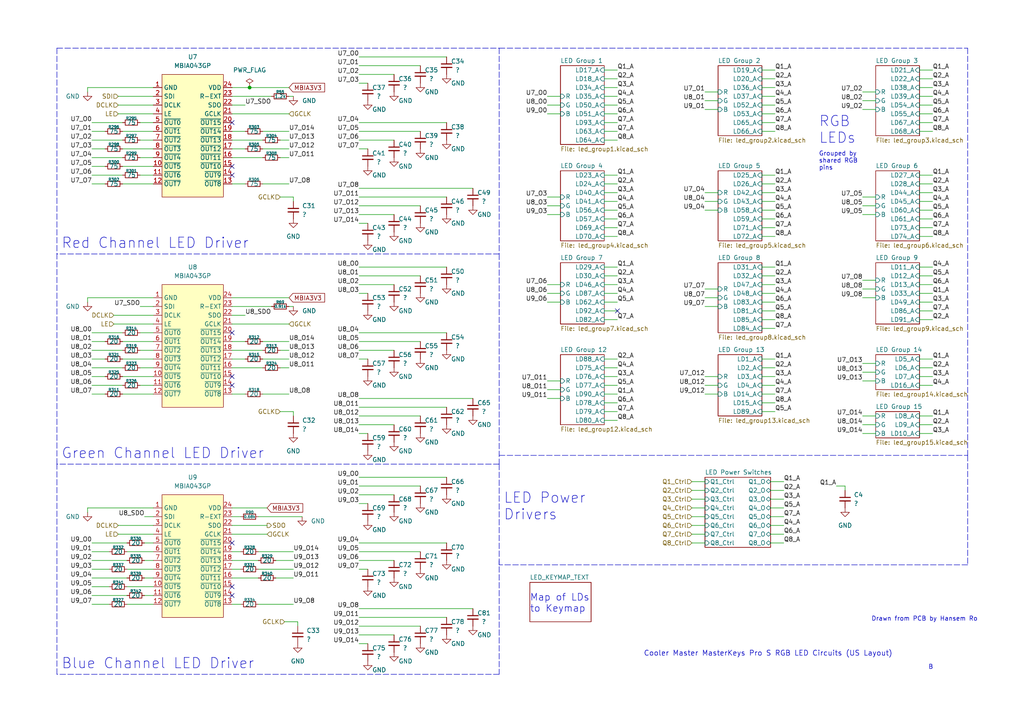
<source format=kicad_sch>
(kicad_sch (version 20211123) (generator eeschema)
  (paper "A4")
  (junction (at 72.39 25.4))
  (no_connect (at 67.31 172.72))
  (no_connect (at 67.31 170.18))
  (no_connect (at 67.31 111.76))
  (no_connect (at 67.31 109.22))
  (no_connect (at 67.31 96.52))
  (no_connect (at 67.31 157.48))
  (no_connect (at 67.31 35.56))
  (no_connect (at 67.31 48.26))
  (no_connect (at 67.31 50.8))
  (no_connect (at 179.07 90.17))
  (wire (pts (xy 200.66 139.7) (xy 204.47 139.7)))
  (wire (pts (xy 26.67 172.72) (xy 36.83 172.72)))
  (wire (pts (xy 26.67 48.26) (xy 30.48 48.26)))
  (wire (pts (xy 104.14 40.64) (xy 114.3 40.64)))
  (wire (pts (xy 67.31 88.9) (xy 78.74 88.9)))
  (polyline (pts (xy 144.78 134.62) (xy 16.51 134.62)))
  (wire (pts (xy 35.56 109.22) (xy 44.45 109.22)))
  (wire (pts (xy 158.75 57.15) (xy 162.56 57.15)))
  (wire (pts (xy 158.75 30.48) (xy 162.56 30.48)))
  (wire (pts (xy 78.74 27.94) (xy 67.31 27.94)))
  (wire (pts (xy 220.98 55.88) (xy 224.79 55.88)))
  (wire (pts (xy 223.52 142.24) (xy 227.33 142.24)))
  (wire (pts (xy 266.7 125.73) (xy 270.51 125.73)))
  (polyline (pts (xy 16.51 195.58) (xy 16.51 134.62)))
  (wire (pts (xy 67.31 99.06) (xy 71.12 99.06)))
  (wire (pts (xy 104.14 54.61) (xy 137.16 54.61)))
  (wire (pts (xy 266.7 77.47) (xy 270.51 77.47)))
  (wire (pts (xy 67.31 106.68) (xy 76.2 106.68)))
  (wire (pts (xy 74.93 160.02) (xy 85.09 160.02)))
  (wire (pts (xy 250.19 123.19) (xy 254 123.19)))
  (wire (pts (xy 220.98 60.96) (xy 224.79 60.96)))
  (wire (pts (xy 266.7 85.09) (xy 270.51 85.09)))
  (wire (pts (xy 175.26 66.04) (xy 179.07 66.04)))
  (wire (pts (xy 26.67 45.72) (xy 35.56 45.72)))
  (wire (pts (xy 104.14 160.02) (xy 121.92 160.02)))
  (wire (pts (xy 158.75 87.63) (xy 162.56 87.63)))
  (polyline (pts (xy 144.78 73.66) (xy 144.78 134.62)))
  (polyline (pts (xy 144.78 13.97) (xy 144.78 73.66)))
  (wire (pts (xy 36.83 160.02) (xy 44.45 160.02)))
  (wire (pts (xy 44.45 96.52) (xy 40.64 96.52)))
  (wire (pts (xy 220.98 38.1) (xy 224.79 38.1)))
  (wire (pts (xy 250.19 62.23) (xy 254 62.23)))
  (wire (pts (xy 26.67 43.18) (xy 30.48 43.18)))
  (wire (pts (xy 158.75 33.02) (xy 162.56 33.02)))
  (wire (pts (xy 200.66 144.78) (xy 204.47 144.78)))
  (wire (pts (xy 220.98 68.58) (xy 224.79 68.58)))
  (wire (pts (xy 104.14 115.57) (xy 137.16 115.57)))
  (wire (pts (xy 26.67 35.56) (xy 35.56 35.56)))
  (wire (pts (xy 85.09 27.94) (xy 83.82 27.94)))
  (wire (pts (xy 250.19 110.49) (xy 254 110.49)))
  (wire (pts (xy 35.56 38.1) (xy 44.45 38.1)))
  (wire (pts (xy 220.98 109.22) (xy 224.79 109.22)))
  (wire (pts (xy 220.98 82.55) (xy 224.79 82.55)))
  (wire (pts (xy 266.7 20.32) (xy 270.51 20.32)))
  (wire (pts (xy 67.31 43.18) (xy 71.12 43.18)))
  (wire (pts (xy 26.67 157.48) (xy 36.83 157.48)))
  (wire (pts (xy 250.19 31.75) (xy 254 31.75)))
  (wire (pts (xy 250.19 59.69) (xy 254 59.69)))
  (wire (pts (xy 204.47 55.88) (xy 208.28 55.88)))
  (wire (pts (xy 266.7 87.63) (xy 270.51 87.63)))
  (wire (pts (xy 81.28 40.64) (xy 83.82 40.64)))
  (wire (pts (xy 74.93 175.26) (xy 85.09 175.26)))
  (wire (pts (xy 204.47 111.76) (xy 208.28 111.76)))
  (wire (pts (xy 104.14 123.19) (xy 114.3 123.19)))
  (wire (pts (xy 35.56 48.26) (xy 44.45 48.26)))
  (wire (pts (xy 250.19 83.82) (xy 254 83.82)))
  (wire (pts (xy 76.2 99.06) (xy 83.82 99.06)))
  (wire (pts (xy 204.47 114.3) (xy 208.28 114.3)))
  (wire (pts (xy 104.14 96.52) (xy 129.54 96.52)))
  (wire (pts (xy 175.26 30.48) (xy 179.07 30.48)))
  (wire (pts (xy 223.52 152.4) (xy 227.33 152.4)))
  (wire (pts (xy 26.67 160.02) (xy 31.75 160.02)))
  (wire (pts (xy 83.82 33.02) (xy 67.31 33.02)))
  (wire (pts (xy 67.31 160.02) (xy 69.85 160.02)))
  (wire (pts (xy 67.31 104.14) (xy 71.12 104.14)))
  (wire (pts (xy 26.67 162.56) (xy 36.83 162.56)))
  (wire (pts (xy 67.31 53.34) (xy 71.12 53.34)))
  (wire (pts (xy 204.47 60.96) (xy 208.28 60.96)))
  (wire (pts (xy 104.14 184.15) (xy 114.3 184.15)))
  (wire (pts (xy 175.26 114.3) (xy 179.07 114.3)))
  (wire (pts (xy 44.45 111.76) (xy 40.64 111.76)))
  (wire (pts (xy 250.19 29.21) (xy 254 29.21)))
  (wire (pts (xy 104.14 62.23) (xy 114.3 62.23)))
  (wire (pts (xy 266.7 50.8) (xy 270.51 50.8)))
  (wire (pts (xy 81.28 101.6) (xy 83.82 101.6)))
  (wire (pts (xy 175.26 55.88) (xy 179.07 55.88)))
  (wire (pts (xy 104.14 157.48) (xy 129.54 157.48)))
  (wire (pts (xy 86.36 180.34) (xy 86.36 181.61)))
  (wire (pts (xy 26.67 101.6) (xy 35.56 101.6)))
  (wire (pts (xy 104.14 104.14) (xy 106.68 104.14)))
  (wire (pts (xy 67.31 86.36) (xy 83.82 86.36)))
  (wire (pts (xy 104.14 120.65) (xy 121.92 120.65)))
  (wire (pts (xy 266.7 111.76) (xy 270.51 111.76)))
  (wire (pts (xy 220.98 119.38) (xy 224.79 119.38)))
  (wire (pts (xy 175.26 20.32) (xy 179.07 20.32)))
  (wire (pts (xy 44.45 101.6) (xy 40.64 101.6)))
  (wire (pts (xy 158.75 82.55) (xy 162.56 82.55)))
  (polyline (pts (xy 144.78 134.62) (xy 144.78 195.58)))
  (wire (pts (xy 104.14 21.59) (xy 114.3 21.59)))
  (wire (pts (xy 104.14 125.73) (xy 106.68 125.73)))
  (wire (pts (xy 175.26 85.09) (xy 179.07 85.09)))
  (wire (pts (xy 67.31 175.26) (xy 69.85 175.26)))
  (wire (pts (xy 104.14 146.05) (xy 106.68 146.05)))
  (wire (pts (xy 266.7 22.86) (xy 270.51 22.86)))
  (wire (pts (xy 250.19 125.73) (xy 254 125.73)))
  (wire (pts (xy 104.14 24.13) (xy 106.68 24.13)))
  (wire (pts (xy 250.19 26.67) (xy 254 26.67)))
  (wire (pts (xy 67.31 25.4) (xy 72.39 25.4)))
  (wire (pts (xy 36.83 170.18) (xy 44.45 170.18)))
  (wire (pts (xy 26.67 114.3) (xy 30.48 114.3)))
  (wire (pts (xy 25.4 26.67) (xy 25.4 25.4)))
  (wire (pts (xy 76.2 53.34) (xy 83.82 53.34)))
  (wire (pts (xy 35.56 104.14) (xy 44.45 104.14)))
  (wire (pts (xy 220.98 106.68) (xy 224.79 106.68)))
  (wire (pts (xy 220.98 25.4) (xy 224.79 25.4)))
  (wire (pts (xy 44.45 157.48) (xy 41.91 157.48)))
  (wire (pts (xy 266.7 35.56) (xy 270.51 35.56)))
  (wire (pts (xy 266.7 27.94) (xy 270.51 27.94)))
  (wire (pts (xy 34.29 27.94) (xy 44.45 27.94)))
  (wire (pts (xy 85.09 88.9) (xy 83.82 88.9)))
  (wire (pts (xy 220.98 53.34) (xy 224.79 53.34)))
  (polyline (pts (xy 280.67 163.83) (xy 144.78 163.83)))
  (wire (pts (xy 220.98 50.8) (xy 224.79 50.8)))
  (wire (pts (xy 26.67 53.34) (xy 30.48 53.34)))
  (wire (pts (xy 104.14 143.51) (xy 114.3 143.51)))
  (wire (pts (xy 220.98 116.84) (xy 224.79 116.84)))
  (wire (pts (xy 223.52 139.7) (xy 227.33 139.7)))
  (wire (pts (xy 220.98 22.86) (xy 224.79 22.86)))
  (wire (pts (xy 104.14 101.6) (xy 114.3 101.6)))
  (polyline (pts (xy 144.78 163.83) (xy 144.78 162.56)))
  (wire (pts (xy 67.31 147.32) (xy 77.47 147.32)))
  (wire (pts (xy 175.26 35.56) (xy 179.07 35.56)))
  (wire (pts (xy 40.64 88.9) (xy 44.45 88.9)))
  (polyline (pts (xy 16.51 13.97) (xy 16.51 73.66)))
  (wire (pts (xy 44.45 106.68) (xy 40.64 106.68)))
  (wire (pts (xy 223.52 147.32) (xy 227.33 147.32)))
  (wire (pts (xy 220.98 20.32) (xy 224.79 20.32)))
  (wire (pts (xy 223.52 157.48) (xy 227.33 157.48)))
  (wire (pts (xy 175.26 25.4) (xy 179.07 25.4)))
  (wire (pts (xy 175.26 38.1) (xy 179.07 38.1)))
  (wire (pts (xy 33.02 93.98) (xy 44.45 93.98)))
  (wire (pts (xy 44.45 162.56) (xy 41.91 162.56)))
  (wire (pts (xy 34.29 154.94) (xy 44.45 154.94)))
  (wire (pts (xy 220.98 87.63) (xy 224.79 87.63)))
  (wire (pts (xy 104.14 77.47) (xy 129.54 77.47)))
  (wire (pts (xy 220.98 80.01) (xy 224.79 80.01)))
  (wire (pts (xy 104.14 186.69) (xy 106.68 186.69)))
  (wire (pts (xy 250.19 57.15) (xy 254 57.15)))
  (wire (pts (xy 35.56 43.18) (xy 44.45 43.18)))
  (wire (pts (xy 80.01 162.56) (xy 85.09 162.56)))
  (wire (pts (xy 266.7 58.42) (xy 270.51 58.42)))
  (wire (pts (xy 34.29 30.48) (xy 44.45 30.48)))
  (wire (pts (xy 242.57 140.97) (xy 245.11 140.97)))
  (wire (pts (xy 26.67 109.22) (xy 30.48 109.22)))
  (wire (pts (xy 34.29 33.02) (xy 44.45 33.02)))
  (wire (pts (xy 245.11 140.97) (xy 245.11 142.24)))
  (wire (pts (xy 266.7 53.34) (xy 270.51 53.34)))
  (wire (pts (xy 200.66 154.94) (xy 204.47 154.94)))
  (wire (pts (xy 81.28 57.15) (xy 85.09 57.15)))
  (wire (pts (xy 204.47 83.82) (xy 208.28 83.82)))
  (wire (pts (xy 250.19 105.41) (xy 254 105.41)))
  (wire (pts (xy 69.85 149.86) (xy 67.31 149.86)))
  (wire (pts (xy 220.98 111.76) (xy 224.79 111.76)))
  (wire (pts (xy 266.7 90.17) (xy 270.51 90.17)))
  (wire (pts (xy 67.31 165.1) (xy 69.85 165.1)))
  (wire (pts (xy 104.14 85.09) (xy 106.68 85.09)))
  (wire (pts (xy 266.7 30.48) (xy 270.51 30.48)))
  (wire (pts (xy 220.98 35.56) (xy 224.79 35.56)))
  (wire (pts (xy 26.67 170.18) (xy 31.75 170.18)))
  (wire (pts (xy 220.98 95.25) (xy 224.79 95.25)))
  (wire (pts (xy 81.28 45.72) (xy 83.82 45.72)))
  (wire (pts (xy 266.7 66.04) (xy 270.51 66.04)))
  (wire (pts (xy 81.28 119.38) (xy 85.09 119.38)))
  (wire (pts (xy 26.67 165.1) (xy 31.75 165.1)))
  (wire (pts (xy 26.67 38.1) (xy 30.48 38.1)))
  (wire (pts (xy 67.31 45.72) (xy 76.2 45.72)))
  (wire (pts (xy 67.31 162.56) (xy 74.93 162.56)))
  (wire (pts (xy 80.01 167.64) (xy 85.09 167.64)))
  (wire (pts (xy 44.45 35.56) (xy 40.64 35.56)))
  (wire (pts (xy 175.26 80.01) (xy 179.07 80.01)))
  (polyline (pts (xy 144.78 195.58) (xy 16.51 195.58)))
  (wire (pts (xy 67.31 91.44) (xy 71.12 91.44)))
  (wire (pts (xy 175.26 40.64) (xy 179.07 40.64)))
  (wire (pts (xy 204.47 109.22) (xy 208.28 109.22)))
  (wire (pts (xy 175.26 116.84) (xy 179.07 116.84)))
  (wire (pts (xy 220.98 30.48) (xy 224.79 30.48)))
  (wire (pts (xy 104.14 64.77) (xy 106.68 64.77)))
  (wire (pts (xy 44.45 40.64) (xy 40.64 40.64)))
  (wire (pts (xy 77.47 152.4) (xy 67.31 152.4)))
  (wire (pts (xy 200.66 147.32) (xy 204.47 147.32)))
  (wire (pts (xy 25.4 25.4) (xy 44.45 25.4)))
  (wire (pts (xy 44.45 50.8) (xy 40.64 50.8)))
  (wire (pts (xy 175.26 22.86) (xy 179.07 22.86)))
  (wire (pts (xy 175.26 58.42) (xy 179.07 58.42)))
  (wire (pts (xy 223.52 144.78) (xy 227.33 144.78)))
  (wire (pts (xy 266.7 92.71) (xy 270.51 92.71)))
  (wire (pts (xy 35.56 114.3) (xy 44.45 114.3)))
  (wire (pts (xy 175.26 111.76) (xy 179.07 111.76)))
  (wire (pts (xy 200.66 152.4) (xy 204.47 152.4)))
  (wire (pts (xy 204.47 88.9) (xy 208.28 88.9)))
  (wire (pts (xy 104.14 162.56) (xy 114.3 162.56)))
  (wire (pts (xy 25.4 148.59) (xy 25.4 147.32)))
  (wire (pts (xy 104.14 80.01) (xy 121.92 80.01)))
  (wire (pts (xy 266.7 55.88) (xy 270.51 55.88)))
  (wire (pts (xy 220.98 85.09) (xy 224.79 85.09)))
  (polyline (pts (xy 144.78 73.66) (xy 16.51 73.66)))
  (wire (pts (xy 104.14 138.43) (xy 129.54 138.43)))
  (polyline (pts (xy 144.78 132.08) (xy 280.67 132.08)))
  (wire (pts (xy 104.14 16.51) (xy 129.54 16.51)))
  (wire (pts (xy 44.45 45.72) (xy 40.64 45.72)))
  (wire (pts (xy 104.14 140.97) (xy 121.92 140.97)))
  (wire (pts (xy 74.93 149.86) (xy 87.63 149.86)))
  (wire (pts (xy 220.98 33.02) (xy 224.79 33.02)))
  (wire (pts (xy 175.26 104.14) (xy 179.07 104.14)))
  (wire (pts (xy 204.47 58.42) (xy 208.28 58.42)))
  (wire (pts (xy 26.67 99.06) (xy 30.48 99.06)))
  (wire (pts (xy 85.09 57.15) (xy 85.09 58.42)))
  (wire (pts (xy 44.45 167.64) (xy 41.91 167.64)))
  (wire (pts (xy 175.26 63.5) (xy 179.07 63.5)))
  (wire (pts (xy 26.67 96.52) (xy 35.56 96.52)))
  (wire (pts (xy 175.26 27.94) (xy 179.07 27.94)))
  (wire (pts (xy 104.14 165.1) (xy 106.68 165.1)))
  (wire (pts (xy 220.98 63.5) (xy 224.79 63.5)))
  (wire (pts (xy 266.7 38.1) (xy 270.51 38.1)))
  (wire (pts (xy 36.83 175.26) (xy 44.45 175.26)))
  (wire (pts (xy 26.67 50.8) (xy 35.56 50.8)))
  (wire (pts (xy 81.28 106.68) (xy 83.82 106.68)))
  (wire (pts (xy 220.98 27.94) (xy 224.79 27.94)))
  (wire (pts (xy 266.7 33.02) (xy 270.51 33.02)))
  (polyline (pts (xy 144.78 13.97) (xy 280.67 13.97)))
  (wire (pts (xy 82.55 180.34) (xy 86.36 180.34)))
  (wire (pts (xy 36.83 165.1) (xy 44.45 165.1)))
  (wire (pts (xy 104.14 179.07) (xy 129.54 179.07)))
  (wire (pts (xy 158.75 113.03) (xy 162.56 113.03)))
  (wire (pts (xy 266.7 82.55) (xy 270.51 82.55)))
  (wire (pts (xy 67.31 30.48) (xy 71.12 30.48)))
  (wire (pts (xy 266.7 109.22) (xy 270.51 109.22)))
  (wire (pts (xy 85.09 119.38) (xy 85.09 120.65)))
  (wire (pts (xy 104.14 19.05) (xy 121.92 19.05)))
  (wire (pts (xy 266.7 104.14) (xy 270.51 104.14)))
  (wire (pts (xy 26.67 167.64) (xy 36.83 167.64)))
  (wire (pts (xy 104.14 176.53) (xy 137.16 176.53)))
  (wire (pts (xy 158.75 115.57) (xy 162.56 115.57)))
  (polyline (pts (xy 16.51 13.97) (xy 144.78 13.97)))
  (wire (pts (xy 223.52 149.86) (xy 227.33 149.86)))
  (wire (pts (xy 74.93 165.1) (xy 85.09 165.1)))
  (wire (pts (xy 250.19 81.28) (xy 254 81.28)))
  (wire (pts (xy 175.26 106.68) (xy 179.07 106.68)))
  (wire (pts (xy 104.14 35.56) (xy 129.54 35.56)))
  (wire (pts (xy 104.14 82.55) (xy 114.3 82.55)))
  (wire (pts (xy 220.98 66.04) (xy 224.79 66.04)))
  (wire (pts (xy 266.7 123.19) (xy 270.51 123.19)))
  (wire (pts (xy 72.39 25.4) (xy 83.82 25.4)))
  (wire (pts (xy 104.14 59.69) (xy 121.92 59.69)))
  (wire (pts (xy 104.14 57.15) (xy 129.54 57.15)))
  (wire (pts (xy 41.91 149.86) (xy 44.45 149.86)))
  (wire (pts (xy 250.19 120.65) (xy 254 120.65)))
  (polyline (pts (xy 280.67 132.08) (xy 280.67 163.83)))
  (wire (pts (xy 104.14 99.06) (xy 121.92 99.06)))
  (wire (pts (xy 26.67 175.26) (xy 31.75 175.26)))
  (wire (pts (xy 35.56 53.34) (xy 44.45 53.34)))
  (wire (pts (xy 266.7 106.68) (xy 270.51 106.68)))
  (polyline (pts (xy 193.04 132.08) (xy 193.04 132.08)))
  (wire (pts (xy 220.98 77.47) (xy 224.79 77.47)))
  (wire (pts (xy 204.47 31.75) (xy 208.28 31.75)))
  (wire (pts (xy 220.98 114.3) (xy 224.79 114.3)))
  (wire (pts (xy 67.31 167.64) (xy 74.93 167.64)))
  (wire (pts (xy 175.26 82.55) (xy 179.07 82.55)))
  (wire (pts (xy 158.75 27.94) (xy 162.56 27.94)))
  (wire (pts (xy 250.19 107.95) (xy 254 107.95)))
  (polyline (pts (xy 280.67 13.97) (xy 280.67 132.08)))
  (wire (pts (xy 26.67 106.68) (xy 35.56 106.68)))
  (wire (pts (xy 175.26 87.63) (xy 179.07 87.63)))
  (wire (pts (xy 158.75 110.49) (xy 162.56 110.49)))
  (wire (pts (xy 266.7 80.01) (xy 270.51 80.01)))
  (wire (pts (xy 175.26 90.17) (xy 179.07 90.17)))
  (wire (pts (xy 104.14 181.61) (xy 121.92 181.61)))
  (wire (pts (xy 26.67 111.76) (xy 35.56 111.76)))
  (wire (pts (xy 67.31 38.1) (xy 71.12 38.1)))
  (wire (pts (xy 250.19 86.36) (xy 254 86.36)))
  (wire (pts (xy 175.26 50.8) (xy 179.07 50.8)))
  (wire (pts (xy 266.7 60.96) (xy 270.51 60.96)))
  (wire (pts (xy 266.7 63.5) (xy 270.51 63.5)))
  (wire (pts (xy 220.98 90.17) (xy 224.79 90.17)))
  (wire (pts (xy 175.26 53.34) (xy 179.07 53.34)))
  (wire (pts (xy 25.4 86.36) (xy 44.45 86.36)))
  (wire (pts (xy 77.47 154.94) (xy 67.31 154.94)))
  (wire (pts (xy 200.66 157.48) (xy 204.47 157.48)))
  (wire (pts (xy 67.31 114.3) (xy 71.12 114.3)))
  (wire (pts (xy 104.14 118.11) (xy 129.54 118.11)))
  (wire (pts (xy 175.26 33.02) (xy 179.07 33.02)))
  (wire (pts (xy 67.31 40.64) (xy 76.2 40.64)))
  (wire (pts (xy 204.47 26.67) (xy 208.28 26.67)))
  (wire (pts (xy 266.7 68.58) (xy 270.51 68.58)))
  (wire (pts (xy 175.26 60.96) (xy 179.07 60.96)))
  (wire (pts (xy 220.98 104.14) (xy 224.79 104.14)))
  (wire (pts (xy 266.7 120.65) (xy 270.51 120.65)))
  (polyline (pts (xy 16.51 134.62) (xy 16.51 73.66)))
  (wire (pts (xy 25.4 87.63) (xy 25.4 86.36)))
  (wire (pts (xy 175.26 119.38) (xy 179.07 119.38)))
  (wire (pts (xy 25.4 147.32) (xy 44.45 147.32)))
  (wire (pts (xy 104.14 43.18) (xy 106.68 43.18)))
  (wire (pts (xy 223.52 154.94) (xy 227.33 154.94)))
  (wire (pts (xy 220.98 92.71) (xy 224.79 92.71)))
  (wire (pts (xy 76.2 104.14) (xy 83.82 104.14)))
  (wire (pts (xy 44.45 172.72) (xy 41.91 172.72)))
  (wire (pts (xy 220.98 58.42) (xy 224.79 58.42)))
  (wire (pts (xy 158.75 59.69) (xy 162.56 59.69)))
  (wire (pts (xy 76.2 114.3) (xy 83.82 114.3)))
  (wire (pts (xy 200.66 149.86) (xy 204.47 149.86)))
  (wire (pts (xy 33.02 91.44) (xy 44.45 91.44)))
  (wire (pts (xy 175.26 109.22) (xy 179.07 109.22)))
  (wire (pts (xy 204.47 86.36) (xy 208.28 86.36)))
  (wire (pts (xy 175.26 68.58) (xy 179.07 68.58)))
  (wire (pts (xy 76.2 38.1) (xy 83.82 38.1)))
  (wire (pts (xy 175.26 121.92) (xy 179.07 121.92)))
  (wire (pts (xy 175.26 77.47) (xy 179.07 77.47)))
  (wire (pts (xy 26.67 104.14) (xy 30.48 104.14)))
  (wire (pts (xy 34.29 152.4) (xy 44.45 152.4)))
  (wire (pts (xy 83.82 93.98) (xy 67.31 93.98)))
  (wire (pts (xy 67.31 101.6) (xy 76.2 101.6)))
  (wire (pts (xy 158.75 62.23) (xy 162.56 62.23)))
  (wire (pts (xy 35.56 99.06) (xy 44.45 99.06)))
  (wire (pts (xy 158.75 85.09) (xy 162.56 85.09)))
  (wire (pts (xy 204.47 29.21) (xy 208.28 29.21)))
  (wire (pts (xy 26.67 40.64) (xy 35.56 40.64)))
  (wire (pts (xy 76.2 43.18) (xy 83.82 43.18)))
  (wire (pts (xy 266.7 25.4) (xy 270.51 25.4)))
  (wire (pts (xy 200.66 142.24) (xy 204.47 142.24)))
  (wire (pts (xy 104.14 38.1) (xy 121.92 38.1)))
  (wire (pts (xy 175.26 92.71) (xy 179.07 92.71)))
  (text "Map of LDs\nto Keymap" (at 153.67 177.8 0) (effects (font (size 2 2)) (justify left bottom)))
  (text "Blue Channel LED Driver" (at 17.78 194.31 0) (effects (font (size 3 3)) (justify left bottom)))
  (text "B" (at 269.24 194.31 0) (effects (font (size 1.27 1.27)) (justify left bottom)))
  (text "Grouped by\nshared RGB\npins" (at 237.49 49.53 0) (effects (font (size 1.27 1.27)) (justify left bottom)))
  (text "Red Channel LED Driver" (at 17.78 72.39 0) (effects (font (size 3 3)) (justify left bottom)))
  (text "Drawn from PCB by Hansem Ro" (at 252.73 180.34 0) (effects (font (size 1.27 1.27)) (justify left bottom)))
  (text "Cooler Master MasterKeys Pro S RGB LED Circuits (US Layout)" (at 186.69 190.5 0) (effects (font (size 1.5 1.5)) (justify left bottom)))
  (text "LED Power\nDrivers" (at 146.05 151.13 0) (effects (font (size 3 3)) (justify left bottom)))
  (text "Green Channel LED Driver" (at 17.78 133.35 0) (effects (font (size 3 3)) (justify left bottom)))
  (text "RGB\nLEDs" (at 237.49 41.91 0) (effects (font (size 3 3)) (justify left bottom)))
  (label "U7_O3" (at 104.14 24.13 180))
  (label "Q7_A" (at 179.07 119.38 0))
  (label "U9_O14" (at 85.09 160.02 0))
  (label "Q7_A" (at 224.79 66.04 0))
  (label "U7_O1" (at 26.67 38.1 180))
  (label "U9_O5" (at 250.19 62.23 180))
  (label "Q1_A" (at 224.79 77.47 0))
  (label "U8_O2" (at 250.19 29.21 180))
  (label "Q6_A" (at 224.79 63.5 0))
  (label "Q7_A" (at 179.07 92.71 0))
  (label "U7_O7" (at 26.67 53.34 180))
  (label "Q5_A" (at 227.33 147.32 0))
  (label "Q8_A" (at 227.33 157.48 0))
  (label "Q8_A" (at 224.79 92.71 0))
  (label "Q2_A" (at 224.79 53.34 0))
  (label "U9_O4" (at 104.14 157.48 180))
  (label "Q1_A" (at 179.07 77.47 0))
  (label "Q5_A" (at 179.07 87.63 0))
  (label "Q2_A" (at 179.07 104.14 0))
  (label "U9_O0" (at 26.67 157.48 180))
  (label "Q5_A" (at 224.79 30.48 0))
  (label "Q1_A" (at 179.07 50.8 0))
  (label "U7_O13" (at 250.19 105.41 180))
  (label "U9_O1" (at 204.47 31.75 180))
  (label "Q2_A" (at 179.07 80.01 0))
  (label "Q7_A" (at 224.79 35.56 0))
  (label "Q1_A" (at 242.57 140.97 180))
  (label "U7_O2" (at 250.19 26.67 180))
  (label "U7_O0" (at 104.14 16.51 180))
  (label "Q7_A" (at 224.79 114.3 0))
  (label "U9_O6" (at 26.67 172.72 180))
  (label "U7_O6" (at 158.75 82.55 180))
  (label "U7_O1" (at 104.14 19.05 180))
  (label "U8_O11" (at 83.82 106.68 0))
  (label "Q3_A" (at 224.79 82.55 0))
  (label "Q5_A" (at 179.07 60.96 0))
  (label "U9_O12" (at 85.09 165.1 0))
  (label "Q1_A" (at 224.79 104.14 0))
  (label "U9_O11" (at 104.14 179.07 180))
  (label "Q4_A" (at 224.79 58.42 0))
  (label "Q2_A" (at 270.51 22.86 0))
  (label "U9_O12" (at 204.47 114.3 180))
  (label "Q1_A" (at 270.51 50.8 0))
  (label "U8_O0" (at 158.75 30.48 180))
  (label "U9_O3" (at 104.14 146.05 180))
  (label "Q3_A" (at 179.07 109.22 0))
  (label "U9_O2" (at 250.19 31.75 180))
  (label "Q7_A" (at 227.33 149.86 0))
  (label "U7_O12" (at 204.47 109.22 180))
  (label "U8_SDO" (at 41.91 149.86 180))
  (label "U8_O6" (at 158.75 85.09 180))
  (label "U8_O14" (at 104.14 125.73 180))
  (label "U9_O0" (at 104.14 138.43 180))
  (label "Q4_A" (at 270.51 111.76 0))
  (label "Q4_A" (at 179.07 85.09 0))
  (label "U7_SDO" (at 40.64 88.9 180))
  (label "Q8_A" (at 270.51 38.1 0))
  (label "Q5_A" (at 224.79 90.17 0))
  (label "Q5_A" (at 270.51 30.48 0))
  (label "Q6_A" (at 270.51 82.55 0))
  (label "U9_O1" (at 104.14 140.97 180))
  (label "U8_O8" (at 250.19 83.82 180))
  (label "U7_O11" (at 158.75 110.49 180))
  (label "Q4_A" (at 224.79 27.94 0))
  (label "U9_O4" (at 26.67 167.64 180))
  (label "Q1_A" (at 179.07 20.32 0))
  (label "Q8_A" (at 179.07 121.92 0))
  (label "U9_O13" (at 250.19 110.49 180))
  (label "Q8_A" (at 224.79 68.58 0))
  (label "U8_O5" (at 26.67 109.22 180))
  (label "U8_O5" (at 250.19 59.69 180))
  (label "Q1_A" (at 270.51 120.65 0))
  (label "Q7_A" (at 179.07 38.1 0))
  (label "Q6_A" (at 179.07 116.84 0))
  (label "U9_O14" (at 104.14 186.69 180))
  (label "U7_O11" (at 83.82 45.72 0))
  (label "Q2_A" (at 270.51 92.71 0))
  (label "Q3_A" (at 270.51 125.73 0))
  (label "Q2_A" (at 179.07 22.86 0))
  (label "U7_O12" (at 104.14 59.69 180))
  (label "Q5_A" (at 224.79 119.38 0))
  (label "Q4_A" (at 179.07 106.68 0))
  (label "U7_O13" (at 83.82 40.64 0))
  (label "U7_O2" (at 26.67 40.64 180))
  (label "U9_O2" (at 104.14 143.51 180))
  (label "U7_O8" (at 250.19 81.28 180))
  (label "Q5_A" (at 270.51 60.96 0))
  (label "U7_O11" (at 104.14 57.15 180))
  (label "U7_O14" (at 250.19 120.65 180))
  (label "U9_O3" (at 158.75 62.23 180))
  (label "U8_O13" (at 104.14 123.19 180))
  (label "Q6_A" (at 179.07 33.02 0))
  (label "U9_O2" (at 26.67 162.56 180))
  (label "U7_O2" (at 104.14 21.59 180))
  (label "U8_O3" (at 158.75 59.69 180))
  (label "U8_O7" (at 104.14 104.14 180))
  (label "Q1_A" (at 270.51 20.32 0))
  (label "Q3_A" (at 224.79 25.4 0))
  (label "Q3_A" (at 270.51 55.88 0))
  (label "Q7_A" (at 179.07 35.56 0))
  (label "Q8_A" (at 224.79 116.84 0))
  (label "Q5_A" (at 179.07 30.48 0))
  (label "U8_O1" (at 204.47 29.21 180))
  (label "U7_O6" (at 26.67 50.8 180))
  (label "U8_O0" (at 26.67 96.52 180))
  (label "U8_O8" (at 104.14 115.57 180))
  (label "Q3_A" (at 179.07 25.4 0))
  (label "U8_O14" (at 250.19 123.19 180))
  (label "U7_O4" (at 26.67 45.72 180))
  (label "Q5_A" (at 179.07 111.76 0))
  (label "U7_O3" (at 26.67 43.18 180))
  (label "U8_O3" (at 26.67 104.14 180))
  (label "U9_O8" (at 104.14 176.53 180))
  (label "Q3_A" (at 224.79 109.22 0))
  (label "U8_O2" (at 26.67 101.6 180))
  (label "U8_O8" (at 83.82 114.3 0))
  (label "U8_O14" (at 83.82 99.06 0))
  (label "U8_O4" (at 104.14 96.52 180))
  (label "Q4_A" (at 224.79 85.09 0))
  (label "U9_O6" (at 104.14 162.56 180))
  (label "U8_O12" (at 204.47 111.76 180))
  (label "Q1_A" (at 270.51 104.14 0))
  (label "U8_O2" (at 104.14 82.55 180))
  (label "Q6_A" (at 227.33 154.94 0))
  (label "U9_O12" (at 104.14 181.61 180))
  (label "U9_O7" (at 26.67 175.26 180))
  (label "U9_O13" (at 104.14 184.15 180))
  (label "Q7_A" (at 270.51 90.17 0))
  (label "Q4_A" (at 270.51 27.94 0))
  (label "Q5_A" (at 224.79 60.96 0))
  (label "U8_O6" (at 26.67 111.76 180))
  (label "Q8_A" (at 270.51 68.58 0))
  (label "Q6_A" (at 270.51 63.5 0))
  (label "U9_O1" (at 26.67 160.02 180))
  (label "U9_O0" (at 158.75 33.02 180))
  (label "U7_O5" (at 250.19 57.15 180))
  (label "Q4_A" (at 224.79 111.76 0))
  (label "U8_O12" (at 104.14 120.65 180))
  (label "U8_O12" (at 83.82 104.14 0))
  (label "U7_O0" (at 26.67 35.56 180))
  (label "U7_SDO" (at 71.12 30.48 0))
  (label "U7_O5" (at 104.14 38.1 180))
  (label "Q3_A" (at 270.51 25.4 0))
  (label "U9_O8" (at 250.19 86.36 180))
  (label "Q3_A" (at 179.07 82.55 0))
  (label "U9_O5" (at 104.14 160.02 180))
  (label "Q1_A" (at 227.33 139.7 0))
  (label "U8_O13" (at 83.82 101.6 0))
  (label "Q7_A" (at 224.79 95.25 0))
  (label "U7_O4" (at 204.47 55.88 180))
  (label "U7_O13" (at 104.14 62.23 180))
  (label "U8_O3" (at 104.14 85.09 180))
  (label "U7_O8" (at 83.82 53.34 0))
  (label "U9_O11" (at 158.75 115.57 180))
  (label "U7_O6" (at 104.14 40.64 180))
  (label "Q1_A" (at 179.07 114.3 0))
  (label "U7_O14" (at 83.82 38.1 0))
  (label "U8_O4" (at 204.47 58.42 180))
  (label "U8_SDO" (at 71.12 91.44 0))
  (label "Q8_A" (at 224.79 38.1 0))
  (label "Q1_A" (at 224.79 50.8 0))
  (label "U8_O13" (at 250.19 107.95 180))
  (label "U7_O7" (at 104.14 43.18 180))
  (label "U8_O5" (at 104.14 99.06 180))
  (label "U8_O7" (at 204.47 86.36 180))
  (label "Q3_A" (at 270.51 109.22 0))
  (label "Q2_A" (at 224.79 80.01 0))
  (label "Q2_A" (at 179.07 53.34 0))
  (label "Q4_A" (at 270.51 77.47 0))
  (label "U9_O3" (at 26.67 165.1 180))
  (label "U8_O4" (at 26.67 106.68 180))
  (label "Q4_A" (at 179.07 58.42 0))
  (label "U9_O5" (at 26.67 170.18 180))
  (label "Q8_A" (at 179.07 68.58 0))
  (label "U8_O7" (at 26.67 114.3 180))
  (label "U9_O11" (at 85.09 167.64 0))
  (label "U7_O8" (at 104.14 54.61 180))
  (label "Q1_A" (at 270.51 85.09 0))
  (label "Q4_A" (at 227.33 152.4 0))
  (label "Q3_A" (at 224.79 55.88 0))
  (label "Q1_A" (at 224.79 20.32 0))
  (label "U8_O0" (at 104.14 77.47 180))
  (label "U9_O7" (at 204.47 88.9 180))
  (label "U7_O7" (at 204.47 83.82 180))
  (label "U7_O5" (at 26.67 48.26 180))
  (label "U7_O3" (at 158.75 57.15 180))
  (label "U9_O7" (at 104.14 165.1 180))
  (label "U8_O1" (at 104.14 80.01 180))
  (label "U8_O6" (at 104.14 101.6 180))
  (label "U9_O13" (at 85.09 162.56 0))
  (label "Q4_A" (at 270.51 58.42 0))
  (label "U8_O11" (at 104.14 118.11 180))
  (label "Q3_A" (at 227.33 144.78 0))
  (label "Q3_A" (at 270.51 87.63 0))
  (label "Q2_A" (at 270.51 53.34 0))
  (label "U9_O6" (at 158.75 87.63 180))
  (label "Q7_A" (at 270.51 66.04 0))
  (label "U7_O12" (at 83.82 43.18 0))
  (label "Q2_A" (at 270.51 106.68 0))
  (label "Q6_A" (at 224.79 87.63 0))
  (label "U7_O1" (at 204.47 26.67 180))
  (label "Q2_A" (at 227.33 142.24 0))
  (label "U9_O14" (at 250.19 125.73 180))
  (label "Q7_A" (at 179.07 66.04 0))
  (label "U7_O4" (at 104.14 35.56 180))
  (label "Q7_A" (at 270.51 35.56 0))
  (label "U7_O0" (at 158.75 27.94 180))
  (label "U8_O11" (at 158.75 113.03 180))
  (label "Q2_A" (at 270.51 123.19 0))
  (label "Q6_A" (at 179.07 63.5 0))
  (label "U8_O1" (at 26.67 99.06 180))
  (label "Q2_A" (at 224.79 22.86 0))
  (label "U9_O4" (at 204.47 60.96 180))
  (label "Q8_A" (at 179.07 40.64 0))
  (label "Q6_A" (at 270.51 33.02 0))
  (label "Q2_A" (at 224.79 106.68 0))
  (label "Q5_A" (at 270.51 80.01 0))
  (label "Q6_A" (at 224.79 33.02 0))
  (label "Q4_A" (at 179.07 27.94 0))
  (label "U7_O14" (at 104.14 64.77 180))
  (label "Q3_A" (at 179.07 55.88 0))
  (label "U9_O8" (at 85.09 175.26 0))
  (global_label "MBIA3V3" (shape input) (at 77.47 147.32 0) (property "Intersheet References" "${INTERSHEET_REFS}" (effects hide)))
  (global_label "MBIA3V3" (shape input) (at 83.82 25.4 0) (property "Intersheet References" "${INTERSHEET_REFS}" (effects hide)))
  (global_label "MBIA3V3" (shape input) (at 83.82 86.36 0) (property "Intersheet References" "${INTERSHEET_REFS}" (effects hide)))
  (hierarchical_label "DCLK" (shape input) (at 34.29 30.48 180))
  (hierarchical_label "GCLK" (shape input) (at 81.28 57.15 180))
  (hierarchical_label "Q3_Ctrl" (shape input) (at 200.66 144.78 180))
  (hierarchical_label "GCLK" (shape input) (at 83.82 33.02 0))
  (hierarchical_label "GCLK" (shape input) (at 82.55 180.34 180))
  (hierarchical_label "DCLK" (shape input) (at 33.02 91.44 180))
  (hierarchical_label "GCLK" (shape input) (at 83.82 93.98 0))
  (hierarchical_label "GCLK" (shape input) (at 77.47 154.94 0))
  (hierarchical_label "DCLK" (shape input) (at 34.29 152.4 180))
  (hierarchical_label "Q4_Ctrl" (shape input) (at 200.66 147.32 180))
  (hierarchical_label "Q5_Ctrl" (shape input) (at 200.66 149.86 180))
  (hierarchical_label "LE" (shape input) (at 33.02 93.98 180))
  (hierarchical_label "SDI" (shape input) (at 34.29 27.94 180))
  (hierarchical_label "Q6_Ctrl" (shape input) (at 200.66 152.4 180))
  (hierarchical_label "SDO" (shape output) (at 77.47 152.4 0))
  (hierarchical_label "Q8_Ctrl" (shape input) (at 200.66 157.48 180))
  (hierarchical_label "Q1_Ctrl" (shape input) (at 200.66 139.7 180))
  (hierarchical_label "Q7_Ctrl" (shape input) (at 200.66 154.94 180))
  (hierarchical_label "LE" (shape input) (at 34.29 154.94 180))
  (hierarchical_label "LE" (shape input) (at 34.29 33.02 180))
  (hierarchical_label "GCLK" (shape input) (at 81.28 119.38 180))
  (hierarchical_label "Q2_Ctrl" (shape input) (at 200.66 142.24 180))
  (symbol (lib_id "Device:C_Small") (at 114.3 85.09 0) (unit 1)
    (property "Reference" "C52" (at 115.57 83.82 0) (effects (justify left)))
    (property "Value" "?" (at 116.84 86.36 0) (effects (justify left)))
  )
  (symbol (lib_id "Device:R_Small") (at 38.1 35.56 90) (unit 1)
    (property "Reference" "R295" (at 38.1 34.29 90) (effects (font (size 0.8 0.8))))
    (property "Value" "75" (at 38.1 35.56 90))
  )
  (symbol (lib_id "Device:R_Small") (at 34.29 165.1 90) (unit 1)
    (property "Reference" "R337" (at 34.29 163.83 90) (effects (font (size 0.8 0.8))))
    (property "Value" "20" (at 34.29 165.1 90))
  )
  (symbol (lib_id "Device:R_Small") (at 77.47 162.56 90) (unit 1)
    (property "Reference" "R329" (at 77.47 161.29 90) (effects (font (size 0.8 0.8))))
    (property "Value" "20" (at 77.47 162.56 90))
  )
  (symbol (lib_id "Device:R_Small") (at 33.02 114.3 90) (unit 1)
    (property "Reference" "R311" (at 33.02 113.03 90) (effects (font (size 0.8 0.8))))
    (property "Value" "20" (at 33.02 114.3 90))
  )
  (symbol (lib_id "Device:C_Small") (at 121.92 82.55 0) (unit 1)
    (property "Reference" "C51" (at 123.19 81.28 0) (effects (justify left)))
    (property "Value" "?" (at 124.46 83.82 0) (effects (justify left)))
  )
  (symbol (lib_id "Device:R_Small") (at 33.02 99.06 90) (unit 1)
    (property "Reference" "R316" (at 33.02 97.79 90) (effects (font (size 0.8 0.8))))
    (property "Value" "20" (at 33.02 99.06 90))
  )
  (symbol (lib_id "Device:C_Small") (at 106.68 45.72 0) (unit 1)
    (property "Reference" "C41" (at 107.95 44.45 0) (effects (justify left)))
    (property "Value" "?" (at 109.22 46.99 0) (effects (justify left)))
  )
  (symbol (lib_id "power:GND") (at 121.92 43.18 0) (unit 1)
    (property "Reference" "#PWR0142" (effects hide))
    (property "Value" "GND" (at 123.19 45.72 0) (effects (justify left)))
  )
  (symbol (lib_id "power:GND") (at 114.3 189.23 0) (unit 1)
    (property "Reference" "#PWR0169" (effects hide))
    (property "Value" "GND" (at 115.57 191.77 0) (effects (justify left)))
  )
  (symbol (lib_id "power:GND") (at 129.54 184.15 0) (unit 1)
    (property "Reference" "#PWR0180" (effects hide))
    (property "Value" "GND" (at 130.81 186.69 0) (effects (justify left)))
  )
  (symbol (lib_id "power:GND") (at 106.68 151.13 0) (unit 1)
    (property "Reference" "#PWR0170" (effects hide))
    (property "Value" "GND" (at 107.95 153.67 0) (effects (justify left)))
  )
  (symbol (lib_id "Device:R_Small") (at 72.39 175.26 90) (unit 1)
    (property "Reference" "R334" (at 72.39 173.99 90) (effects (font (size 0.8 0.8))))
    (property "Value" "20" (at 72.39 175.26 90))
  )
  (symbol (lib_id "Device:C_Small") (at 129.54 160.02 0) (unit 1)
    (property "Reference" "C70" (at 130.81 158.75 0) (effects (justify left)))
    (property "Value" "?" (at 132.08 161.29 0) (effects (justify left)))
  )
  (symbol (lib_name "MBIA043GP_2") (lib_id "MBIA043:MBIA043GP") (at 55.88 100.33 0) (unit 1)
    (property "Reference" "U8" (at 55.88 77.47 0))
    (property "Value" "MBIA043GP" (at 55.88 80.01 0))
  )
  (symbol (lib_id "power:GND") (at 85.09 63.5 0) (unit 1)
    (property "Reference" "#PWR0132" (effects hide))
    (property "Value" "GND" (at 85.09 68.58 0))
  )
  (symbol (lib_id "power:GND") (at 121.92 165.1 0) (unit 1)
    (property "Reference" "#PWR0174" (effects hide))
    (property "Value" "GND" (at 123.19 167.64 0) (effects (justify left)))
  )
  (symbol (lib_id "power:GND") (at 106.68 109.22 0) (unit 1)
    (property "Reference" "#PWR0166" (effects hide))
    (property "Value" "GND" (at 107.95 111.76 0) (effects (justify left)))
  )
  (symbol (lib_id "power:GND") (at 114.3 167.64 0) (unit 1)
    (property "Reference" "#PWR0175" (effects hide))
    (property "Value" "GND" (at 115.57 170.18 0) (effects (justify left)))
  )
  (symbol (lib_id "Device:C_Small") (at 85.09 123.19 0) (unit 1)
    (property "Reference" "C32" (at 87.63 121.9262 0) (effects (justify left)))
    (property "Value" "?" (at 87.63 124.4662 0) (effects (justify left)))
  )
  (symbol (lib_id "Device:R_Small") (at 38.1 111.76 90) (unit 1)
    (property "Reference" "R326" (at 38.1 110.49 90) (effects (font (size 0.8 0.8))))
    (property "Value" "20" (at 38.1 111.76 90))
  )
  (symbol (lib_id "Device:R_Small") (at 38.1 101.6 90) (unit 1)
    (property "Reference" "R319" (at 38.1 100.33 90) (effects (font (size 0.8 0.8))))
    (property "Value" "20" (at 38.1 101.6 90))
  )
  (symbol (lib_id "Device:C_Small") (at 129.54 59.69 0) (unit 1)
    (property "Reference" "C46" (at 130.81 58.42 0) (effects (justify left)))
    (property "Value" "?" (at 132.08 60.96 0) (effects (justify left)))
  )
  (symbol (lib_id "power:GND") (at 106.68 191.77 0) (unit 1)
    (property "Reference" "#PWR0179" (effects hide))
    (property "Value" "GND" (at 107.95 194.31 0) (effects (justify left)))
  )
  (symbol (lib_id "power:GND") (at 106.68 170.18 0) (unit 1)
    (property "Reference" "#PWR0173" (effects hide))
    (property "Value" "GND" (at 107.95 172.72 0) (effects (justify left)))
  )
  (symbol (lib_id "Device:C_Small") (at 129.54 99.06 0) (unit 1)
    (property "Reference" "C54" (at 130.81 97.79 0) (effects (justify left)))
    (property "Value" "?" (at 132.08 100.33 0) (effects (justify left)))
  )
  (symbol (lib_id "Device:R_Small") (at 73.66 104.14 90) (unit 1)
    (property "Reference" "R315" (at 73.66 102.87 90) (effects (font (size 0.8 0.8))))
    (property "Value" "20" (at 73.66 104.14 90))
  )
  (symbol (lib_id "Device:C_Small") (at 86.36 184.15 0) (unit 1)
    (property "Reference" "C33" (at 88.9 182.8862 0) (effects (justify left)))
    (property "Value" "?" (at 88.9 185.4262 0) (effects (justify left)))
  )
  (symbol (lib_id "power:GND") (at 245.11 147.32 0) (mirror y) (unit 1)
    (property "Reference" "#PWR0162" (effects hide))
    (property "Value" "GND" (at 245.11 152.4 0))
  )
  (symbol (lib_id "Device:R_Small") (at 39.37 172.72 90) (unit 1)
    (property "Reference" "R342" (at 39.37 171.45 90) (effects (font (size 0.8 0.8))))
    (property "Value" "20" (at 39.37 172.72 90))
  )
  (symbol (lib_id "Device:R_Small") (at 78.74 40.64 90) (unit 1)
    (property "Reference" "R304" (at 78.74 39.37 90) (effects (font (size 0.8 0.8))))
    (property "Value" "75" (at 78.74 40.64 90))
  )
  (symbol (lib_id "Device:R_Small") (at 39.37 162.56 90) (unit 1)
    (property "Reference" "R335" (at 39.37 161.29 90) (effects (font (size 0.8 0.8))))
    (property "Value" "20" (at 39.37 162.56 90))
  )
  (symbol (lib_id "Device:C_Small") (at 245.11 144.78 0) (mirror y) (unit 1)
    (property "Reference" "C4" (at 247.65 143.51 0) (effects (justify right)))
    (property "Value" "?" (at 247.65 146.05 0) (effects (justify right)))
  )
  (symbol (lib_id "power:GND") (at 114.3 45.72 0) (unit 1)
    (property "Reference" "#PWR0141" (effects hide))
    (property "Value" "GND" (at 115.57 48.26 0) (effects (justify left)))
  )
  (symbol (lib_id "Device:C_Small") (at 121.92 21.59 0) (unit 1)
    (property "Reference" "C35" (at 123.19 20.32 0) (effects (justify left)))
    (property "Value" "?" (at 124.46 22.86 0) (effects (justify left)))
  )
  (symbol (lib_id "Device:C_Small") (at 121.92 184.15 0) (unit 1)
    (property "Reference" "C77" (at 123.19 182.88 0) (effects (justify left)))
    (property "Value" "?" (at 124.46 185.42 0) (effects (justify left)))
  )
  (symbol (lib_id "power:PWR_FLAG") (at 72.39 25.4 0) (unit 1)
    (property "Reference" "#FLG0103" (effects hide))
    (property "Value" "PWR_FLAG" (at 72.39 20.32 0))
  )
  (symbol (lib_id "Device:R_Small") (at 33.02 104.14 90) (unit 1)
    (property "Reference" "R321" (at 33.02 102.87 90) (effects (font (size 0.8 0.8))))
    (property "Value" "20" (at 33.02 104.14 90))
  )
  (symbol (lib_id "Device:R_Small") (at 33.02 38.1 90) (unit 1)
    (property "Reference" "R296" (at 33.02 36.83 90) (effects (font (size 0.8 0.8))))
    (property "Value" "75" (at 33.02 38.1 90))
  )
  (symbol (lib_id "Device:C_Small") (at 114.3 186.69 0) (unit 1)
    (property "Reference" "C76" (at 115.57 185.42 0) (effects (justify left)))
    (property "Value" "?" (at 116.84 187.96 0) (effects (justify left)))
  )
  (symbol (lib_id "Device:R_Small") (at 38.1 96.52 90) (unit 1)
    (property "Reference" "R314" (at 38.1 95.25 90) (effects (font (size 0.8 0.8))))
    (property "Value" "20" (at 38.1 96.52 90))
  )
  (symbol (lib_id "power:GND") (at 25.4 87.63 0) (unit 1)
    (property "Reference" "#PWR0134" (effects hide))
    (property "Value" "GND" (at 19.05 88.9 0) (effects (justify left)))
  )
  (symbol (lib_id "power:GND") (at 114.3 26.67 0) (unit 1)
    (property "Reference" "#PWR0137" (effects hide))
    (property "Value" "GND" (at 115.57 29.21 0) (effects (justify left)))
  )
  (symbol (lib_id "Device:R_Small") (at 78.74 101.6 90) (unit 1)
    (property "Reference" "R313" (at 78.74 100.33 90) (effects (font (size 0.8 0.8))))
    (property "Value" "20" (at 78.74 101.6 90))
  )
  (symbol (lib_id "Device:R_Small") (at 38.1 45.72 90) (unit 1)
    (property "Reference" "R299" (at 38.1 44.45 90) (effects (font (size 0.8 0.8))))
    (property "Value" "75" (at 38.1 45.72 90))
  )
  (symbol (lib_id "Device:C_Small") (at 121.92 123.19 0) (unit 1)
    (property "Reference" "C61" (at 123.19 121.92 0) (effects (justify left)))
    (property "Value" "?" (at 124.46 124.46 0) (effects (justify left)))
  )
  (symbol (lib_id "Device:C_Small") (at 106.68 106.68 0) (unit 1)
    (property "Reference" "C57" (at 107.95 105.41 0) (effects (justify left)))
    (property "Value" "?" (at 109.22 107.95 0) (effects (justify left)))
  )
  (symbol (lib_id "power:GND") (at 114.3 87.63 0) (unit 1)
    (property "Reference" "#PWR0144" (effects hide))
    (property "Value" "GND" (at 115.57 90.17 0) (effects (justify left)))
  )
  (symbol (lib_id "power:GND") (at 137.16 59.69 0) (unit 1)
    (property "Reference" "#PWR0156" (effects hide))
    (property "Value" "GND" (at 138.43 62.23 0) (effects (justify left)))
  )
  (symbol (lib_id "Device:R_Small") (at 34.29 170.18 90) (unit 1)
    (property "Reference" "R341" (at 34.29 168.91 90) (effects (font (size 0.8 0.8))))
    (property "Value" "20" (at 34.29 170.18 90))
  )
  (symbol (lib_id "Device:R_Small") (at 33.02 53.34 90) (unit 1)
    (property "Reference" "R302" (at 33.02 52.07 90) (effects (font (size 0.8 0.8))))
    (property "Value" "75" (at 33.02 53.34 90))
  )
  (symbol (lib_id "Device:R_Small") (at 34.29 160.02 90) (unit 1)
    (property "Reference" "R332" (at 34.29 158.75 90) (effects (font (size 0.8 0.8))))
    (property "Value" "20" (at 34.29 160.02 90))
  )
  (symbol (lib_id "Device:R_Small") (at 38.1 106.68 90) (unit 1)
    (property "Reference" "R323" (at 38.1 105.41 90) (effects (font (size 0.8 0.8))))
    (property "Value" "20" (at 38.1 106.68 90))
  )
  (symbol (lib_id "Device:R_Small") (at 72.39 165.1 90) (unit 1)
    (property "Reference" "R331" (at 72.39 163.83 90) (effects (font (size 0.8 0.8))))
    (property "Value" "20" (at 72.39 165.1 90))
  )
  (symbol (lib_id "Device:C_Small") (at 129.54 181.61 0) (unit 1)
    (property "Reference" "C78" (at 130.81 180.34 0) (effects (justify left)))
    (property "Value" "?" (at 132.08 182.88 0) (effects (justify left)))
  )
  (symbol (lib_id "MBIA043:MBIA043GP") (at 55.88 161.29 0) (unit 1)
    (property "Reference" "U9" (at 55.88 138.43 0))
    (property "Value" "MBIA043GP" (at 55.88 140.97 0))
  )
  (symbol (lib_name "MBIA043GP_1") (lib_id "MBIA043:MBIA043GP") (at 55.88 39.37 0) (unit 1)
    (property "Reference" "U7" (at 55.88 16.51 0))
    (property "Value" "MBIA043GP" (at 55.88 19.05 0))
  )
  (symbol (lib_id "power:GND") (at 106.68 130.81 0) (unit 1)
    (property "Reference" "#PWR0167" (effects hide))
    (property "Value" "GND" (at 107.95 133.35 0) (effects (justify left)))
  )
  (symbol (lib_id "Device:C_Small") (at 106.68 148.59 0) (unit 1)
    (property "Reference" "C69" (at 107.95 147.32 0) (effects (justify left)))
    (property "Value" "?" (at 109.22 149.86 0) (effects (justify left)))
  )
  (symbol (lib_id "Device:C_Small") (at 114.3 104.14 0) (unit 1)
    (property "Reference" "C56" (at 115.57 102.87 0) (effects (justify left)))
    (property "Value" "?" (at 116.84 105.41 0) (effects (justify left)))
  )
  (symbol (lib_id "Device:C_Small") (at 121.92 62.23 0) (unit 1)
    (property "Reference" "C45" (at 123.19 60.96 0) (effects (justify left)))
    (property "Value" "?" (at 124.46 63.5 0) (effects (justify left)))
  )
  (symbol (lib_id "power:GND") (at 137.16 181.61 0) (unit 1)
    (property "Reference" "#PWR0176" (effects hide))
    (property "Value" "GND" (at 138.43 184.15 0) (effects (justify left)))
  )
  (symbol (lib_id "Device:C_Small") (at 137.16 179.07 0) (unit 1)
    (property "Reference" "C81" (at 138.43 177.8 0) (effects (justify left)))
    (property "Value" "?" (at 139.7 180.34 0) (effects (justify left)))
  )
  (symbol (lib_id "power:GND") (at 106.68 69.85 0) (unit 1)
    (property "Reference" "#PWR0148" (effects hide))
    (property "Value" "GND" (at 107.95 72.39 0) (effects (justify left)))
  )
  (symbol (lib_id "power:GND") (at 25.4 26.67 0) (unit 1)
    (property "Reference" "#PWR0135" (effects hide))
    (property "Value" "GND" (at 19.05 27.94 0) (effects (justify left)))
  )
  (symbol (lib_id "Device:R_Small") (at 34.29 175.26 90) (unit 1)
    (property "Reference" "R327" (at 34.29 173.99 90) (effects (font (size 0.8 0.8))))
    (property "Value" "20" (at 34.29 175.26 90))
  )
  (symbol (lib_id "Device:R_Small") (at 81.28 88.9 90) (unit 1)
    (property "Reference" "R69" (at 81.28 87.63 90) (effects (font (size 0.8 0.8))))
    (property "Value" "0.91k" (at 81.28 88.9 90) (effects (font (size 0.8 0.8))))
  )
  (symbol (lib_id "power:GND") (at 87.63 149.86 0) (unit 1)
    (property "Reference" "#PWR0168" (effects hide))
    (property "Value" "GND" (at 90.17 151.1299 0) (effects (justify left)))
  )
  (symbol (lib_id "Device:R_Small") (at 39.37 157.48 90) (unit 1)
    (property "Reference" "R330" (at 39.37 156.21 90) (effects (font (size 0.8 0.8))))
    (property "Value" "20" (at 39.37 157.48 90))
  )
  (symbol (lib_id "power:GND") (at 121.92 85.09 0) (unit 1)
    (property "Reference" "#PWR0152" (effects hide))
    (property "Value" "GND" (at 123.19 87.63 0) (effects (justify left)))
  )
  (symbol (lib_id "Device:R_Small") (at 73.66 53.34 90) (unit 1)
    (property "Reference" "R306" (at 73.66 52.07 90) (effects (font (size 0.8 0.8))))
    (property "Value" "75" (at 73.66 53.34 90))
  )
  (symbol (lib_id "Device:R_Small") (at 81.28 27.94 90) (unit 1)
    (property "Reference" "R55" (at 81.28 26.67 90) (effects (font (size 0.8 0.8))))
    (property "Value" "1.2k" (at 81.28 27.94 90) (effects (font (size 1 1))))
  )
  (symbol (lib_id "Device:C_Small") (at 106.68 67.31 0) (unit 1)
    (property "Reference" "C43" (at 107.95 66.04 0) (effects (justify left)))
    (property "Value" "?" (at 109.22 68.58 0) (effects (justify left)))
  )
  (symbol (lib_id "power:GND") (at 121.92 146.05 0) (unit 1)
    (property "Reference" "#PWR0159" (effects hide))
    (property "Value" "GND" (at 123.19 148.59 0) (effects (justify left)))
  )
  (symbol (lib_id "Device:C_Small") (at 106.68 167.64 0) (unit 1)
    (property "Reference" "C73" (at 107.95 166.37 0) (effects (justify left)))
    (property "Value" "?" (at 109.22 168.91 0) (effects (justify left)))
  )
  (symbol (lib_id "Device:R_Small") (at 73.66 114.3 90) (unit 1)
    (property "Reference" "R318" (at 73.66 113.03 90) (effects (font (size 0.8 0.8))))
    (property "Value" "20" (at 73.66 114.3 90))
  )
  (symbol (lib_id "power:GND") (at 129.54 21.59 0) (unit 1)
    (property "Reference" "#PWR0153" (effects hide))
    (property "Value" "GND" (at 130.81 24.13 0) (effects (justify left)))
  )
  (symbol (lib_id "power:GND") (at 121.92 24.13 0) (unit 1)
    (property "Reference" "#PWR0138" (effects hide))
    (property "Value" "GND" (at 123.19 26.67 0) (effects (justify left)))
  )
  (symbol (lib_id "Device:C_Small") (at 121.92 101.6 0) (unit 1)
    (property "Reference" "C55" (at 123.19 100.33 0) (effects (justify left)))
    (property "Value" "?" (at 124.46 102.87 0) (effects (justify left)))
  )
  (symbol (lib_id "power:GND") (at 129.54 162.56 0) (unit 1)
    (property "Reference" "#PWR0177" (effects hide))
    (property "Value" "GND" (at 130.81 165.1 0) (effects (justify left)))
  )
  (symbol (lib_id "power:GND") (at 106.68 48.26 0) (unit 1)
    (property "Reference" "#PWR0140" (effects hide))
    (property "Value" "GND" (at 107.95 50.8 0) (effects (justify left)))
  )
  (symbol (lib_id "Device:C_Small") (at 114.3 146.05 0) (unit 1)
    (property "Reference" "C68" (at 115.57 144.78 0) (effects (justify left)))
    (property "Value" "?" (at 116.84 147.32 0) (effects (justify left)))
  )
  (symbol (lib_id "Device:C_Small") (at 106.68 128.27 0) (unit 1)
    (property "Reference" "C59" (at 107.95 127 0) (effects (justify left)))
    (property "Value" "?" (at 109.22 129.54 0) (effects (justify left)))
  )
  (symbol (lib_id "Device:R_Small") (at 38.1 40.64 90) (unit 1)
    (property "Reference" "R297" (at 38.1 39.37 90) (effects (font (size 0.8 0.8))))
    (property "Value" "75" (at 38.1 40.64 90))
  )
  (symbol (lib_id "power:GND") (at 121.92 64.77 0) (unit 1)
    (property "Reference" "#PWR0151" (effects hide))
    (property "Value" "GND" (at 123.19 67.31 0) (effects (justify left)))
  )
  (symbol (lib_id "power:GND") (at 25.4 148.59 0) (unit 1)
    (property "Reference" "#PWR0157" (effects hide))
    (property "Value" "GND" (at 19.05 149.86 0) (effects (justify left)))
  )
  (symbol (lib_id "Device:C_Small") (at 106.68 26.67 0) (unit 1)
    (property "Reference" "C37" (at 107.95 25.4 0) (effects (justify left)))
    (property "Value" "?" (at 109.22 27.94 0) (effects (justify left)))
  )
  (symbol (lib_id "Device:C_Small") (at 114.3 64.77 0) (unit 1)
    (property "Reference" "C44" (at 115.57 63.5 0) (effects (justify left)))
    (property "Value" "?" (at 116.84 66.04 0) (effects (justify left)))
  )
  (symbol (lib_id "power:GND") (at 121.92 125.73 0) (unit 1)
    (property "Reference" "#PWR0164" (effects hide))
    (property "Value" "GND" (at 123.19 128.27 0) (effects (justify left)))
  )
  (symbol (lib_id "Device:R_Small") (at 33.02 43.18 90) (unit 1)
    (property "Reference" "R298" (at 33.02 41.91 90) (effects (font (size 0.8 0.8))))
    (property "Value" "75" (at 33.02 43.18 90))
  )
  (symbol (lib_id "power:GND") (at 129.54 62.23 0) (unit 1)
    (property "Reference" "#PWR0155" (effects hide))
    (property "Value" "GND" (at 130.81 64.77 0) (effects (justify left)))
  )
  (symbol (lib_id "power:GND") (at 85.09 27.94 0) (unit 1)
    (property "Reference" "#PWR0139" (effects hide))
    (property "Value" "GND" (at 87.63 29.2099 0) (effects (justify left)))
  )
  (symbol (lib_id "Device:R_Small") (at 78.74 106.68 90) (unit 1)
    (property "Reference" "R324" (at 78.74 105.41 90) (effects (font (size 0.8 0.8))))
    (property "Value" "20" (at 78.74 106.68 90))
  )
  (symbol (lib_id "Device:R_Small") (at 72.39 160.02 90) (unit 1)
    (property "Reference" "R328" (at 72.39 158.75 90) (effects (font (size 0.8 0.8))))
    (property "Value" "20" (at 72.39 160.02 90))
  )
  (symbol (lib_id "Device:C_Small") (at 114.3 24.13 0) (unit 1)
    (property "Reference" "C36" (at 115.57 22.86 0) (effects (justify left)))
    (property "Value" "?" (at 116.84 25.4 0) (effects (justify left)))
  )
  (symbol (lib_id "power:GND") (at 86.36 186.69 0) (unit 1)
    (property "Reference" "#PWR0171" (effects hide))
    (property "Value" "GND" (at 86.36 191.77 0))
  )
  (symbol (lib_id "Device:R_Small") (at 72.39 149.86 90) (unit 1)
    (property "Reference" "R90" (at 72.39 148.59 90) (effects (font (size 0.8 0.8))))
    (property "Value" "0.68k" (at 72.39 149.86 90) (effects (font (size 0.8 0.8))))
  )
  (symbol (lib_id "power:GND") (at 85.09 125.73 0) (unit 1)
    (property "Reference" "#PWR0172" (effects hide))
    (property "Value" "GND" (at 85.09 130.81 0))
  )
  (symbol (lib_id "power:GND") (at 121.92 186.69 0) (unit 1)
    (property "Reference" "#PWR0178" (effects hide))
    (property "Value" "GND" (at 123.19 189.23 0) (effects (justify left)))
  )
  (symbol (lib_id "power:GND") (at 114.3 67.31 0) (unit 1)
    (property "Reference" "#PWR0149" (effects hide))
    (property "Value" "GND" (at 115.57 69.85 0) (effects (justify left)))
  )
  (symbol (lib_id "power:GND") (at 85.09 88.9 0) (unit 1)
    (property "Reference" "#PWR0133" (effects hide))
    (property "Value" "GND" (at 87.63 90.1699 0) (effects (justify left)))
  )
  (symbol (lib_id "Device:R_Small") (at 73.66 38.1 90) (unit 1)
    (property "Reference" "R303" (at 73.66 36.83 90) (effects (font (size 0.8 0.8))))
    (property "Value" "75" (at 73.66 38.1 90))
  )
  (symbol (lib_id "power:GND") (at 114.3 128.27 0) (unit 1)
    (property "Reference" "#PWR0158" (effects hide))
    (property "Value" "GND" (at 115.57 130.81 0) (effects (justify left)))
  )
  (symbol (lib_id "Device:R_Small") (at 78.74 45.72 90) (unit 1)
    (property "Reference" "R308" (at 78.74 44.45 90) (effects (font (size 0.8 0.8))))
    (property "Value" "75" (at 78.74 45.72 90))
  )
  (symbol (lib_id "Device:C_Small") (at 129.54 38.1 0) (unit 1)
    (property "Reference" "C38" (at 130.81 36.83 0) (effects (justify left)))
    (property "Value" "?" (at 132.08 39.37 0) (effects (justify left)))
  )
  (symbol (lib_id "Device:C_Small") (at 129.54 19.05 0) (unit 1)
    (property "Reference" "C34" (at 130.81 17.78 0) (effects (justify left)))
    (property "Value" "?" (at 132.08 20.32 0) (effects (justify left)))
  )
  (symbol (lib_id "Device:C_Small") (at 121.92 162.56 0) (unit 1)
    (property "Reference" "C71" (at 123.19 161.29 0) (effects (justify left)))
    (property "Value" "?" (at 124.46 163.83 0) (effects (justify left)))
  )
  (symbol (lib_id "Device:R_Small") (at 77.47 167.64 90) (unit 1)
    (property "Reference" "R340" (at 77.47 166.37 90) (effects (font (size 0.8 0.8))))
    (property "Value" "20" (at 77.47 167.64 90))
  )
  (symbol (lib_id "Device:C_Small") (at 114.3 165.1 0) (unit 1)
    (property "Reference" "C72" (at 115.57 163.83 0) (effects (justify left)))
    (property "Value" "?" (at 116.84 166.37 0) (effects (justify left)))
  )
  (symbol (lib_id "Device:C_Small") (at 106.68 87.63 0) (unit 1)
    (property "Reference" "C53" (at 107.95 86.36 0) (effects (justify left)))
    (property "Value" "?" (at 109.22 88.9 0) (effects (justify left)))
  )
  (symbol (lib_id "power:GND") (at 106.68 90.17 0) (unit 1)
    (property "Reference" "#PWR0143" (effects hide))
    (property "Value" "GND" (at 107.95 92.71 0) (effects (justify left)))
  )
  (symbol (lib_id "Device:C_Small") (at 129.54 120.65 0) (unit 1)
    (property "Reference" "C62" (at 130.81 119.38 0) (effects (justify left)))
    (property "Value" "?" (at 132.08 121.92 0) (effects (justify left)))
  )
  (symbol (lib_id "power:GND") (at 106.68 29.21 0) (unit 1)
    (property "Reference" "#PWR0136" (effects hide))
    (property "Value" "GND" (at 107.95 31.75 0) (effects (justify left)))
  )
  (symbol (lib_id "Device:R_Small") (at 33.02 109.22 90) (unit 1)
    (property "Reference" "R325" (at 33.02 107.95 90) (effects (font (size 0.8 0.8))))
    (property "Value" "20" (at 33.02 109.22 90))
  )
  (symbol (lib_id "Device:R_Small") (at 38.1 50.8 90) (unit 1)
    (property "Reference" "R301" (at 38.1 49.53 90) (effects (font (size 0.8 0.8))))
    (property "Value" "75" (at 38.1 50.8 90))
  )
  (symbol (lib_id "power:GND") (at 114.3 106.68 0) (unit 1)
    (property "Reference" "#PWR0147" (effects hide))
    (property "Value" "GND" (at 115.57 109.22 0) (effects (justify left)))
  )
  (symbol (lib_id "Device:C_Small") (at 121.92 143.51 0) (unit 1)
    (property "Reference" "C67" (at 123.19 142.24 0) (effects (justify left)))
    (property "Value" "?" (at 124.46 144.78 0) (effects (justify left)))
  )
  (symbol (lib_id "Device:C_Small") (at 137.16 57.15 0) (unit 1)
    (property "Reference" "C49" (at 138.43 55.88 0) (effects (justify left)))
    (property "Value" "?" (at 139.7 58.42 0) (effects (justify left)))
  )
  (symbol (lib_id "power:GND") (at 129.54 82.55 0) (unit 1)
    (property "Reference" "#PWR0150" (effects hide))
    (property "Value" "GND" (at 130.81 85.09 0) (effects (justify left)))
  )
  (symbol (lib_id "power:GND") (at 129.54 101.6 0) (unit 1)
    (property "Reference" "#PWR0145" (effects hide))
    (property "Value" "GND" (at 130.81 104.14 0) (effects (justify left)))
  )
  (symbol (lib_id "power:GND") (at 137.16 120.65 0) (unit 1)
    (property "Reference" "#PWR0165" (effects hide))
    (property "Value" "GND" (at 138.43 123.19 0) (effects (justify left)))
  )
  (symbol (lib_id "Device:R_Small") (at 39.37 167.64 90) (unit 1)
    (property "Reference" "R339" (at 39.37 166.37 90) (effects (font (size 0.8 0.8))))
    (property "Value" "20" (at 39.37 167.64 90))
  )
  (symbol (lib_id "Device:C_Small") (at 121.92 40.64 0) (unit 1)
    (property "Reference" "C39" (at 123.19 39.37 0) (effects (justify left)))
    (property "Value" "?" (at 124.46 41.91 0) (effects (justify left)))
  )
  (symbol (lib_id "Device:R_Small") (at 33.02 48.26 90) (unit 1)
    (property "Reference" "R300" (at 33.02 46.99 90) (effects (font (size 0.8 0.8))))
    (property "Value" "75" (at 33.02 48.26 90))
  )
  (symbol (lib_id "Device:C_Small") (at 137.16 118.11 0) (unit 1)
    (property "Reference" "C65" (at 138.43 116.84 0) (effects (justify left)))
    (property "Value" "?" (at 139.7 119.38 0) (effects (justify left)))
  )
  (symbol (lib_id "power:GND") (at 129.54 143.51 0) (unit 1)
    (property "Reference" "#PWR0160" (effects hide))
    (property "Value" "GND" (at 130.81 146.05 0) (effects (justify left)))
  )
  (symbol (lib_id "Device:R_Small") (at 73.66 99.06 90) (unit 1)
    (property "Reference" "R312" (at 73.66 97.79 90) (effects (font (size 0.8 0.8))))
    (property "Value" "20" (at 73.66 99.06 90))
  )
  (symbol (lib_id "power:GND") (at 129.54 123.19 0) (unit 1)
    (property "Reference" "#PWR0163" (effects hide))
    (property "Value" "GND" (at 130.81 125.73 0) (effects (justify left)))
  )
  (symbol (lib_id "Device:C_Small") (at 129.54 80.01 0) (unit 1)
    (property "Reference" "C50" (at 130.81 78.74 0) (effects (justify left)))
    (property "Value" "?" (at 132.08 81.28 0) (effects (justify left)))
  )
  (symbol (lib_id "Device:C_Small") (at 114.3 43.18 0) (unit 1)
    (property "Reference" "C40" (at 115.57 41.91 0) (effects (justify left)))
    (property "Value" "?" (at 116.84 44.45 0) (effects (justify left)))
  )
  (symbol (lib_id "power:GND") (at 114.3 148.59 0) (unit 1)
    (property "Reference" "#PWR0161" (effects hide))
    (property "Value" "GND" (at 115.57 151.13 0) (effects (justify left)))
  )
  (symbol (lib_id "Device:C_Small") (at 114.3 125.73 0) (unit 1)
    (property "Reference" "C60" (at 115.57 124.46 0) (effects (justify left)))
    (property "Value" "?" (at 116.84 127 0) (effects (justify left)))
  )
  (symbol (lib_id "Device:C_Small") (at 106.68 189.23 0) (unit 1)
    (property "Reference" "C75" (at 107.95 187.96 0) (effects (justify left)))
    (property "Value" "?" (at 109.22 190.5 0) (effects (justify left)))
  )
  (symbol (lib_id "power:GND") (at 129.54 40.64 0) (unit 1)
    (property "Reference" "#PWR0154" (effects hide))
    (property "Value" "GND" (at 130.81 43.18 0) (effects (justify left)))
  )
  (symbol (lib_id "Device:C_Small") (at 129.54 140.97 0) (unit 1)
    (property "Reference" "C66" (at 130.81 139.7 0) (effects (justify left)))
    (property "Value" "?" (at 132.08 142.24 0) (effects (justify left)))
  )
  (symbol (lib_id "power:GND") (at 121.92 104.14 0) (unit 1)
    (property "Reference" "#PWR0146" (effects hide))
    (property "Value" "GND" (at 123.19 106.68 0) (effects (justify left)))
  )
  (symbol (lib_id "Device:R_Small") (at 73.66 43.18 90) (unit 1)
    (property "Reference" "R305" (at 73.66 41.91 90) (effects (font (size 0.8 0.8))))
    (property "Value" "75" (at 73.66 43.18 90))
  )
  (symbol (lib_id "Device:C_Small") (at 85.09 60.96 0) (unit 1)
    (property "Reference" "C31" (at 87.63 59.6962 0) (effects (justify left)))
    (property "Value" "?" (at 87.63 62.2362 0) (effects (justify left)))
  )
  (sheet (at 208.28 49.53) (size 12.7 20.32) (stroke (width 0.1524))
    (property "Sheet name" "LED Group 5" (at 208.28 48.8184 0) (effects (justify left bottom)))
    (property "Sheet file" "led_group5.kicad_sch" (at 208.28 70.4346 0) (effects (justify left top)))
    (pin "LD25_A" input (at 220.98 50.8 0))
    (pin "LD26_A" input (at 220.98 53.34 0))
    (pin "LD42_A" input (at 220.98 55.88 0))
    (pin "LD43_A" input (at 220.98 58.42 0))
    (pin "B" input (at 208.28 60.96 180))
    (pin "R" input (at 208.28 55.88 180))
    (pin "G" input (at 208.28 58.42 180))
    (pin "LD71_A" input (at 220.98 66.04 0))
    (pin "LD72_A" input (at 220.98 68.58 0))
    (pin "LD58_A" input (at 220.98 60.96 0))
    (pin "LD59_A" input (at 220.98 63.5 0))
  )
  (sheet (at 254 102.87) (size 12.7 10.16) (stroke (width 0.1524))
    (property "Sheet name" "LED Group 14" (at 254 102.1584 0) (effects (justify left bottom)))
    (property "Sheet file" "led_group14.kicad_sch" (at 254 113.6146 0) (effects (justify left top)))
    (pin "LD6_A" input (at 266.7 106.68 0))
    (pin "LD5_A" input (at 266.7 104.14 0))
    (pin "LD16_A" input (at 266.7 111.76 0))
    (pin "R" input (at 254 105.41 180))
    (pin "G" input (at 254 107.95 180))
    (pin "B" input (at 254 110.49 180))
    (pin "LD7_A" input (at 266.7 109.22 0))
  )
  (sheet (at 208.28 102.87) (size 12.7 17.78) (stroke (width 0.1524))
    (property "Sheet name" "LED Group 13" (at 208.28 102.1584 0) (effects (justify left bottom)))
    (property "Sheet file" "led_group13.kicad_sch" (at 208.28 121.2346 0) (effects (justify left top)))
    (pin "LD4_A" input (at 220.98 111.76 0))
    (pin "LD3_A" input (at 220.98 109.22 0))
    (pin "LD2_A" input (at 220.98 106.68 0))
    (pin "LD1_A" input (at 220.98 104.14 0))
    (pin "B" input (at 208.28 114.3 180))
    (pin "LD15_A" input (at 220.98 116.84 0))
    (pin "R" input (at 208.28 109.22 180))
    (pin "G" input (at 208.28 111.76 180))
    (pin "LD14_A" input (at 220.98 114.3 0))
    (pin "LD89_A" input (at 220.98 119.38 0))
  )
  (sheet (at 162.56 76.2) (size 12.7 17.78) (stroke (width 0.1524))
    (property "Sheet name" "LED Group 7" (at 162.56 75.4884 0) (effects (justify left bottom)))
    (property "Sheet file" "led_group7.kicad_sch" (at 162.56 94.5646 0) (effects (justify left top)))
    (pin "LD29_A" input (at 175.26 77.47 0))
    (pin "LD30_A" input (at 175.26 80.01 0))
    (pin "LD87_A" input (at 175.26 85.09 0))
    (pin "R" input (at 162.56 82.55 180))
    (pin "B" input (at 162.56 87.63 180))
    (pin "G" input (at 162.56 85.09 180))
    (pin "LD62_A" input (at 175.26 87.63 0))
    (pin "LD92_A" input (at 175.26 90.17 0))
    (pin "LD82_A" input (at 175.26 92.71 0))
    (pin "LD46_A" input (at 175.26 82.55 0))
  )
  (sheet (at 208.28 76.2) (size 12.7 20.32) (stroke (width 0.1524))
    (property "Sheet name" "LED Group 8" (at 208.28 75.4884 0) (effects (justify left bottom)))
    (property "Sheet file" "led_group8.kicad_sch" (at 208.28 97.1046 0) (effects (justify left top)))
    (pin "LD83_A" input (at 220.98 87.63 0))
    (pin "LD85_A" input (at 220.98 92.71 0))
    (pin "LD84_A" input (at 220.98 95.25 0))
    (pin "B" input (at 208.28 88.9 180))
    (pin "R" input (at 208.28 83.82 180))
    (pin "G" input (at 208.28 86.36 180))
    (pin "LD47_A" input (at 220.98 82.55 0))
    (pin "LD48_A" input (at 220.98 85.09 0))
    (pin "LD81_A" input (at 220.98 90.17 0))
    (pin "LD31_A" input (at 220.98 77.47 0))
    (pin "LD32_A" input (at 220.98 80.01 0))
  )
  (sheet (at 162.56 49.53) (size 12.7 20.32) (stroke (width 0.1524))
    (property "Sheet name" "LED Group 4" (at 162.56 48.8184 0) (effects (justify left bottom)))
    (property "Sheet file" "led_group4.kicad_sch" (at 162.56 70.4346 0) (effects (justify left top)))
    (pin "LD70_A" input (at 175.26 68.58 0))
    (pin "B" input (at 162.56 62.23 180))
    (pin "LD57_A" input (at 175.26 63.5 0))
    (pin "LD56_A" input (at 175.26 60.96 0))
    (pin "LD40_A" input (at 175.26 55.88 0))
    (pin "LD41_A" input (at 175.26 58.42 0))
    (pin "R" input (at 162.56 57.15 180))
    (pin "LD23_A" input (at 175.26 50.8 0))
    (pin "LD24_A" input (at 175.26 53.34 0))
    (pin "G" input (at 162.56 59.69 180))
    (pin "LD69_A" input (at 175.26 66.04 0))
  )
  (sheet (at 204.47 138.43) (size 19.05 20.32) (stroke (width 0.1524))
    (property "Sheet name" "LED Power Switches" (at 204.47 137.7184 0) (effects (justify left bottom)))
    (property "Sheet file" "led_power_switches.kicad_sch" (effects hide))
    (pin "Q4_O" bidirectional (at 223.52 147.32 0))
    (pin "Q3_O" bidirectional (at 223.52 144.78 0))
    (pin "Q2_O" bidirectional (at 223.52 142.24 0))
    (pin "Q3_Ctrl" input (at 204.47 144.78 180))
    (pin "Q7_Ctrl" input (at 204.47 154.94 180))
    (pin "Q8_Ctrl" input (at 204.47 157.48 180))
    (pin "Q4_Ctrl" input (at 204.47 147.32 180))
    (pin "Q8_O" bidirectional (at 223.52 157.48 0))
    (pin "Q7_O" bidirectional (at 223.52 154.94 0))
    (pin "Q6_Ctrl" input (at 204.47 152.4 180))
    (pin "Q2_Ctrl" input (at 204.47 142.24 180))
    (pin "Q6_O" bidirectional (at 223.52 152.4 0))
    (pin "Q5_Ctrl" input (at 204.47 149.86 180))
    (pin "Q5_O" bidirectional (at 223.52 149.86 0))
    (pin "Q1_O" bidirectional (at 223.52 139.7 0))
    (pin "Q1_Ctrl" input (at 204.47 139.7 180))
  )
  (sheet (at 254 49.53) (size 12.7 20.32) (stroke (width 0.1524))
    (property "Sheet name" "LED Group 6" (at 254 48.8184 0) (effects (justify left bottom)))
    (property "Sheet file" "led_group6.kicad_sch" (at 254 70.4346 0) (effects (justify left top)))
    (pin "G" input (at 254 59.69 180))
    (pin "LD27_A" input (at 266.7 50.8 0))
    (pin "LD28_A" input (at 266.7 53.34 0))
    (pin "R" input (at 254 57.15 180))
    (pin "LD44_A" input (at 266.7 55.88 0))
    (pin "LD45_A" input (at 266.7 58.42 0))
    (pin "B" input (at 254 62.23 180))
    (pin "LD60_A" input (at 266.7 60.96 0))
    (pin "LD61_A" input (at 266.7 63.5 0))
    (pin "LD73_A" input (at 266.7 66.04 0))
    (pin "LD74_A" input (at 266.7 68.58 0))
  )
  (sheet (at 208.28 19.05) (size 12.7 20.32) (stroke (width 0.1524))
    (property "Sheet name" "LED Group 2" (at 208.28 18.3384 0) (effects (justify left bottom)))
    (property "Sheet file" "led_group2.kicad_sch" (at 208.28 39.9546 0) (effects (justify left top)))
    (pin "LD19_A" input (at 220.98 20.32 0))
    (pin "LD20_A" input (at 220.98 22.86 0))
    (pin "LD37_A" input (at 220.98 27.94 0))
    (pin "R" input (at 208.28 26.67 180))
    (pin "G" input (at 208.28 29.21 180))
    (pin "B" input (at 208.28 31.75 180))
    (pin "LD52_A" input (at 220.98 30.48 0))
    (pin "LD53_A" input (at 220.98 33.02 0))
    (pin "LD36_A" input (at 220.98 25.4 0))
    (pin "LD65_A" input (at 220.98 35.56 0))
    (pin "LD66_A" input (at 220.98 38.1 0))
  )
  (sheet (at 254 19.05) (size 12.7 20.32) (stroke (width 0.1524))
    (property "Sheet name" "LED Group 3" (at 254 18.3384 0) (effects (justify left bottom)))
    (property "Sheet file" "led_group3.kicad_sch" (at 254 39.9546 0) (effects (justify left top)))
    (pin "LD21_A" input (at 266.7 20.32 0))
    (pin "LD22_A" input (at 266.7 22.86 0))
    (pin "LD38_A" input (at 266.7 25.4 0))
    (pin "LD39_A" input (at 266.7 27.94 0))
    (pin "G" input (at 254 29.21 180))
    (pin "R" input (at 254 26.67 180))
    (pin "B" input (at 254 31.75 180))
    (pin "LD54_A" input (at 266.7 30.48 0))
    (pin "LD55_A" input (at 266.7 33.02 0))
    (pin "LD67_A" input (at 266.7 35.56 0))
    (pin "LD68_A" input (at 266.7 38.1 0))
  )
  (sheet (at 254 119.38) (size 12.7 7.62) (stroke (width 0.1524))
    (property "Sheet name" "LED Group 15" (at 254 118.6684 0) (effects (justify left bottom)))
    (property "Sheet file" "led_group15.kicad_sch" (at 254 127.5846 0) (effects (justify left top)))
    (pin "R" input (at 254 120.65 180))
    (pin "G" input (at 254 123.19 180))
    (pin "B" input (at 254 125.73 180))
    (pin "LD8_A" input (at 266.7 120.65 0))
    (pin "LD10_A" input (at 266.7 125.73 0))
    (pin "LD9_A" input (at 266.7 123.19 0))
  )
  (sheet (at 254 76.2) (size 12.7 17.78) (stroke (width 0.1524))
    (property "Sheet name" "LED Group 9" (at 254 75.4884 0) (effects (justify left bottom)))
    (property "Sheet file" "led_group9.kicad_sch" (at 254 94.5646 0) (effects (justify left top)))
    (pin "LD91_A" input (at 266.7 92.71 0))
    (pin "LD49_A" input (at 266.7 87.63 0))
    (pin "LD86_A" input (at 266.7 90.17 0))
    (pin "B" input (at 254 86.36 180))
    (pin "G" input (at 254 83.82 180))
    (pin "R" input (at 254 81.28 180))
    (pin "LD11_A" input (at 266.7 77.47 0))
    (pin "LD13_A" input (at 266.7 82.55 0))
    (pin "LD12_A" input (at 266.7 80.01 0))
    (pin "LD33_A" input (at 266.7 85.09 0))
  )
  (sheet (at 162.56 102.87) (size 12.7 20.32) (stroke (width 0.1524))
    (property "Sheet name" "LED Group 12" (at 162.56 102.1584 0) (effects (justify left bottom)))
    (property "Sheet file" "led_group12.kicad_sch" (at 162.56 123.7746 0) (effects (justify left top)))
    (pin "G" input (at 162.56 113.03 180))
    (pin "B" input (at 162.56 115.57 180))
    (pin "R" input (at 162.56 110.49 180))
    (pin "LD79_A" input (at 175.26 119.38 0))
    (pin "LD80_A" input (at 175.26 121.92 0))
    (pin "LD88_A" input (at 175.26 104.14 0))
    (pin "LD90_A" input (at 175.26 114.3 0))
    (pin "LD78_A" input (at 175.26 116.84 0))
    (pin "LD76_A" input (at 175.26 109.22 0))
    (pin "LD77_A" input (at 175.26 111.76 0))
    (pin "LD75_A" input (at 175.26 106.68 0))
  )
  (sheet (at 162.56 19.05) (size 12.7 22.86) (stroke (width 0.1524))
    (property "Sheet name" "LED Group 1" (at 162.56 18.3384 0) (effects (justify left bottom)))
    (property "Sheet file" "led_group1.kicad_sch" (at 162.56 42.4946 0) (effects (justify left top)))
    (pin "LD18_A" input (at 175.26 22.86 0))
    (pin "R" input (at 162.56 27.94 180))
    (pin "LD17_A" input (at 175.26 20.32 0))
    (pin "B" input (at 162.56 33.02 180))
    (pin "G" input (at 162.56 30.48 180))
    (pin "LD35_A" input (at 175.26 27.94 0))
    (pin "LD34_A" input (at 175.26 25.4 0))
    (pin "LD51_A" input (at 175.26 33.02 0))
    (pin "LD50_A" input (at 175.26 30.48 0))
    (pin "LD64_A" input (at 175.26 40.64 0))
    (pin "LD63_A" input (at 175.26 38.1 0))
    (pin "LD93_A" input (at 175.26 35.56 0))
  )
  (sheet (at 153.67 168.91) (size 17.78 11.43) (stroke (width 0.1524))
    (property "Sheet name" "LED_KEYMAP_TEXT" (at 153.67 168.1984 0) (effects (justify left bottom)))
    (property "Sheet file" "led_keymap_text_sch.kicad_sch" (effects hide))
  )
)
</source>
